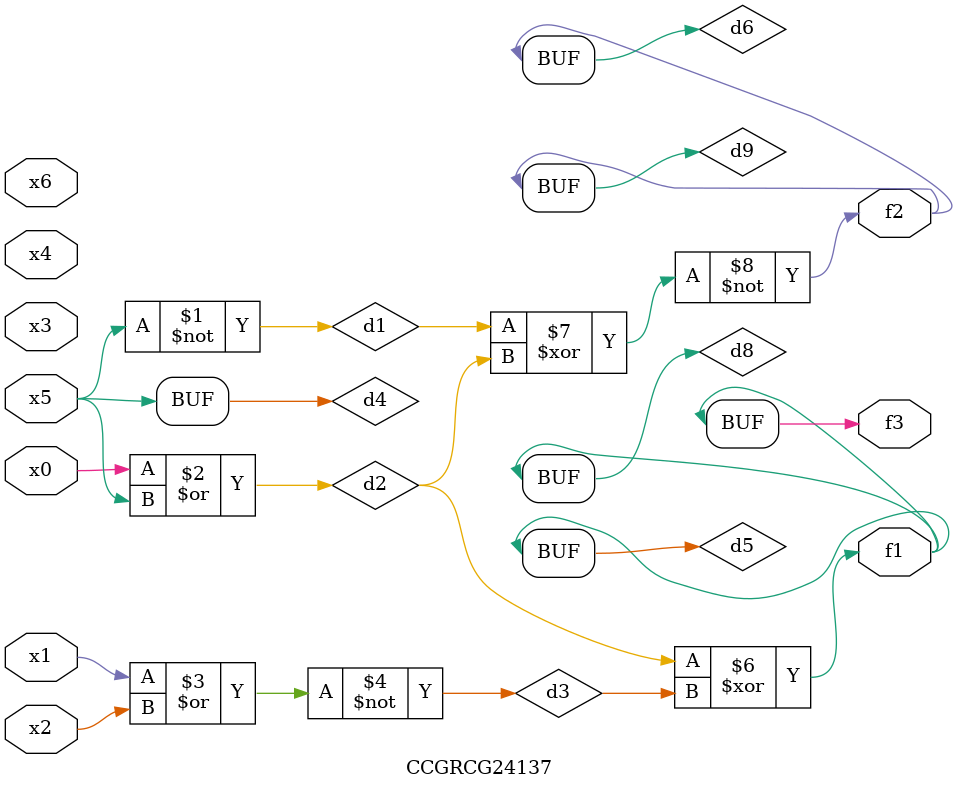
<source format=v>
module CCGRCG24137(
	input x0, x1, x2, x3, x4, x5, x6,
	output f1, f2, f3
);

	wire d1, d2, d3, d4, d5, d6, d7, d8, d9;

	nand (d1, x5);
	or (d2, x0, x5);
	nor (d3, x1, x2);
	xnor (d4, d1);
	xor (d5, d2, d3);
	xnor (d6, d1, d2);
	not (d7, x4);
	buf (d8, d5);
	xor (d9, d6);
	assign f1 = d8;
	assign f2 = d9;
	assign f3 = d8;
endmodule

</source>
